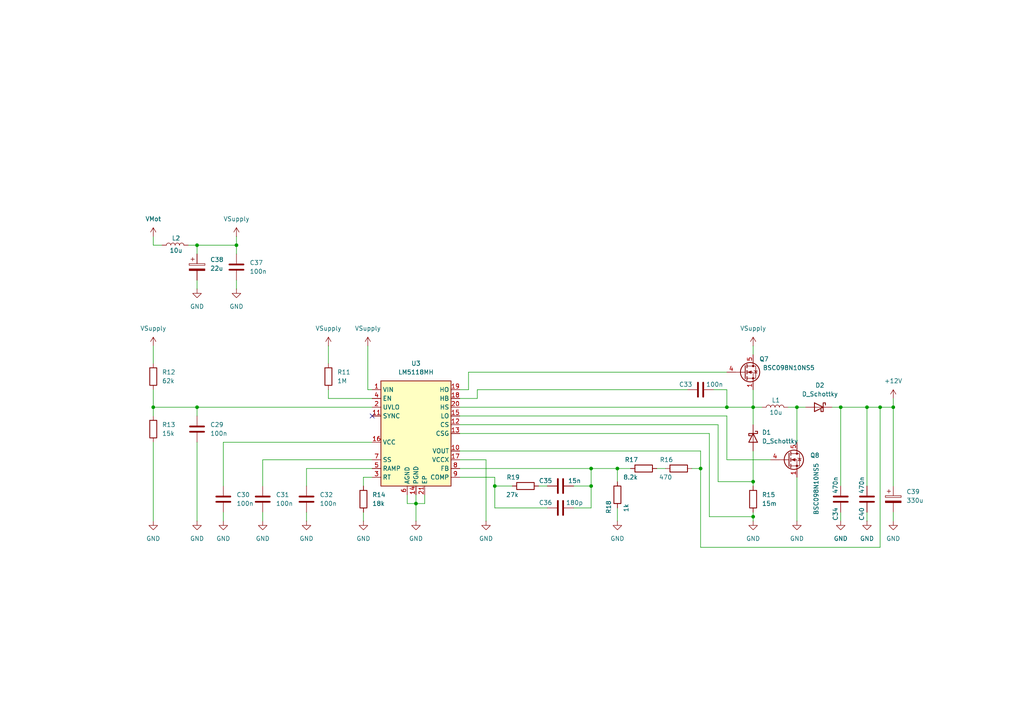
<source format=kicad_sch>
(kicad_sch (version 20250114) (generator "eeschema") (generator_version "9.0")
  (paper "A4")
  (lib_symbols
    (symbol "Device:C" (pin_numbers (hide yes)) (pin_names (offset 0.254))
      (property "Reference" "C" (at 0.635 2.54 0))
      (property "Value" "C" (at 0.635 -2.54 0))
      (symbol "C_0_1"
        (polyline (pts (xy -2.032 0.762) (xy 2.032 0.762)) (stroke (width 0.508)))
        (polyline (pts (xy -2.032 -0.762) (xy 2.032 -0.762)) (stroke (width 0.508)))
      )
      (symbol "C_1_1"
        (pin passive line (at 0 3.81 270) (length 2.794) (name "~") (number "1"))
        (pin passive line (at 0 -3.81 90) (length 2.794) (name "~") (number "2"))
      )
    )
    (symbol "Device:C_Polarized" (pin_numbers (hide yes)) (pin_names (offset 0.254))
      (property "Reference" "C" (at 0.635 2.54 0))
      (property "Value" "C_Polarized" (at 0.635 -2.54 0))
      (symbol "C_Polarized_0_1"
        (rectangle (start -2.286 0.508) (end 2.286 1.016))
        (polyline (pts (xy -1.778 2.286) (xy -0.762 2.286)))
        (polyline (pts (xy -1.27 2.794) (xy -1.27 1.778)))
        (rectangle (start 2.286 -0.508) (end -2.286 -1.016) (fill (type outline)))
      )
      (symbol "C_Polarized_1_1"
        (pin passive line (at 0 3.81 270) (length 2.794) (name "~") (number "1"))
        (pin passive line (at 0 -3.81 90) (length 2.794) (name "~") (number "2"))
      )
    )
    (symbol "Device:D_Schottky" (pin_numbers (hide yes)) (pin_names (offset 1.016) (hide yes))
      (property "Reference" "D" (at 0 2.54 0))
      (property "Value" "D_Schottky" (at 0 -2.54 0))
      (symbol "D_Schottky_0_1"
        (polyline (pts (xy -1.905 0.635) (xy -1.905 1.27) (xy -1.27 1.27) (xy -1.27 -1.27) (xy -0.635 -1.27) (xy -0.635 -0.635)) (stroke (width 0.254)))
        (polyline (pts (xy 1.27 1.27) (xy 1.27 -1.27) (xy -1.27 0) (xy 1.27 1.27)) (stroke (width 0.254)))
        (polyline (pts (xy 1.27 0) (xy -1.27 0)))
      )
      (symbol "D_Schottky_1_1"
        (pin passive line (at -3.81 0 0) (length 2.54) (name "K") (number "1"))
        (pin passive line (at 3.81 0 180) (length 2.54) (name "A") (number "2"))
      )
    )
    (symbol "Device:L" (pin_numbers (hide yes)) (pin_names (offset 1.016) (hide yes))
      (property "Reference" "L" (at -1.27 0 90))
      (property "Value" "L" (at 1.905 0 90))
      (symbol "L_0_1"
        (arc (start 0 2.54) (mid 0.6323 1.905) (end 0 1.27))
        (arc (start 0 1.27) (mid 0.6323 0.635) (end 0 0))
        (arc (start 0 0) (mid 0.6323 -0.635) (end 0 -1.27))
        (arc (start 0 -1.27) (mid 0.6323 -1.905) (end 0 -2.54))
      )
      (symbol "L_1_1"
        (pin passive line (at 0 3.81 270) (length 1.27) (name "1") (number "1"))
        (pin passive line (at 0 -3.81 90) (length 1.27) (name "2") (number "2"))
      )
    )
    (symbol "Device:R" (pin_numbers (hide yes)) (pin_names (offset 0))
      (property "Reference" "R" (at 2.032 0 90))
      (property "Value" "R" (at 0 0 90))
      (symbol "R_0_1"
        (rectangle (start -1.016 -2.54) (end 1.016 2.54) (stroke (width 0.254)))
      )
      (symbol "R_1_1"
        (pin passive line (at 0 3.81 270) (length 1.27) (name "~") (number "1"))
        (pin passive line (at 0 -3.81 90) (length 1.27) (name "~") (number "2"))
      )
    )
    (symbol "Regulator_Switching:LM5118MH"
      (property "Reference" "U" (at -12.7 19.05 0))
      (property "Value" "LM5118MH" (at -12.7 16.51 0))
      (symbol "LM5118MH_0_1"
        (rectangle (start -10.16 15.24) (end 10.16 -15.24) (stroke (width 0.254)) (fill (type background)))
      )
      (symbol "LM5118MH_1_1"
        (pin power_in line (at -12.7 12.7 0) (length 2.54) (name "VIN") (number "1"))
        (pin input line (at -12.7 10.16 0) (length 2.54) (name "EN") (number "4"))
        (pin input line (at -12.7 7.62 0) (length 2.54) (name "UVLO") (number "2"))
        (pin input line (at -12.7 5.08 0) (length 2.54) (name "SYNC") (number "11"))
        (pin power_out line (at -12.7 -2.54 0) (length 2.54) (name "VCC") (number "16"))
        (pin passive line (at -12.7 -7.62 0) (length 2.54) (name "SS") (number "7"))
        (pin passive line (at -12.7 -10.16 0) (length 2.54) (name "RAMP") (number "5"))
        (pin passive line (at -12.7 -12.7 0) (length 2.54) (name "RT") (number "3"))
        (pin power_in line (at -2.54 -17.78 90) (length 2.54) (name "AGND") (number "6"))
        (pin power_in line (at 0 -17.78 90) (length 2.54) (name "PGND") (number "14"))
        (pin passive line (at 2.54 -17.78 90) (length 2.54) (name "EP") (number "21"))
        (pin output line (at 12.7 12.7 180) (length 2.54) (name "HO") (number "19"))
        (pin passive line (at 12.7 10.16 180) (length 2.54) (name "HB") (number "18"))
        (pin passive line (at 12.7 7.62 180) (length 2.54) (name "HS") (number "20"))
        (pin output line (at 12.7 5.08 180) (length 2.54) (name "LO") (number "15"))
        (pin input line (at 12.7 2.54 180) (length 2.54) (name "CS") (number "12"))
        (pin input line (at 12.7 0 180) (length 2.54) (name "CSG") (number "13"))
        (pin input line (at 12.7 -5.08 180) (length 2.54) (name "VOUT") (number "10"))
        (pin power_in line (at 12.7 -7.62 180) (length 2.54) (name "VCCX") (number "17"))
        (pin input line (at 12.7 -10.16 180) (length 2.54) (name "FB") (number "8"))
        (pin output line (at 12.7 -12.7 180) (length 2.54) (name "COMP") (number "9"))
      )
    )
    (symbol "Transistor_FET:BSC098N10NS5" (pin_names (hide yes))
      (property "Reference" "Q" (at 5.08 1.905 0))
      (property "Value" "BSC098N10NS5" (at 5.08 0 0))
      (symbol "BSC098N10NS5_0_1"
        (polyline (pts (xy 0.254 1.905) (xy 0.254 -1.905)) (stroke (width 0.254)))
        (polyline (pts (xy 0.254 0) (xy -2.54 0)))
        (polyline (pts (xy 0.762 2.286) (xy 0.762 1.27)) (stroke (width 0.254)))
        (polyline (pts (xy 0.762 0.508) (xy 0.762 -0.508)) (stroke (width 0.254)))
        (polyline (pts (xy 0.762 -1.27) (xy 0.762 -2.286)) (stroke (width 0.254)))
        (polyline (pts (xy 0.762 -1.778) (xy 3.302 -1.778) (xy 3.302 1.778) (xy 0.762 1.778)))
        (polyline (pts (xy 1.016 0) (xy 2.032 0.381) (xy 2.032 -0.381) (xy 1.016 0)) (fill (type outline)))
        (circle (center 1.651 0) (radius 2.794) (stroke (width 0.254)))
        (polyline (pts (xy 2.54 2.54) (xy 2.54 1.778)))
        (circle (center 2.54 1.778) (radius 0.254) (fill (type outline)))
        (circle (center 2.54 -1.778) (radius 0.254) (fill (type outline)))
        (polyline (pts (xy 2.54 -2.54) (xy 2.54 0) (xy 0.762 0)))
        (polyline (pts (xy 2.794 0.508) (xy 2.921 0.381) (xy 3.683 0.381) (xy 3.81 0.254)))
        (polyline (pts (xy 3.302 0.381) (xy 2.921 -0.254) (xy 3.683 -0.254) (xy 3.302 0.381)))
      )
      (symbol "BSC098N10NS5_1_1"
        (pin passive line (at -5.08 0 0) (length 2.54) (name "G") (number "4"))
        (pin passive line (at 2.54 5.08 270) (length 2.54) (name "D") (number "5"))
        (pin passive line (at 2.54 -5.08 90) (length 2.54) (name "S") (number "1"))
        (pin passive line (at 2.54 -5.08 90) (length 2.54) (hide yes) (name "S") (number "2"))
        (pin passive line (at 2.54 -5.08 90) (length 2.54) (hide yes) (name "S") (number "3"))
      )
    )
    (symbol "power:+12V" (power) (pin_numbers (hide yes)) (pin_names (offset 0) (hide yes))
      (property "Value" "+12V" (at 0 3.556 0))
      (symbol "+12V_0_1"
        (polyline (pts (xy -0.762 1.27) (xy 0 2.54)))
        (polyline (pts (xy 0 2.54) (xy 0.762 1.27)))
        (polyline (pts (xy 0 0) (xy 0 2.54)))
      )
      (symbol "+12V_1_1"
        (pin power_in line (at 0 0 90) (length 0) (name "~") (number "1"))
      )
    )
    (symbol "power:GND" (power) (pin_numbers (hide yes)) (pin_names (offset 0) (hide yes))
      (property "Value" "GND" (at 0 -3.81 0))
      (symbol "GND_0_1"
        (polyline (pts (xy 0 0) (xy 0 -1.27) (xy 1.27 -1.27) (xy 0 -2.54) (xy -1.27 -1.27) (xy 0 -1.27)))
      )
      (symbol "GND_1_1"
        (pin power_in line (at 0 0 270) (length 0) (name "~") (number "1"))
      )
    )
    (symbol "power:Vdrive" (power) (pin_numbers (hide yes)) (pin_names (offset 0) (hide yes))
      (property "Value" "Vdrive" (at 0 3.556 0))
      (symbol "Vdrive_0_1"
        (polyline (pts (xy -0.762 1.27) (xy 0 2.54)))
        (polyline (pts (xy 0 2.54) (xy 0.762 1.27)))
        (polyline (pts (xy 0 0) (xy 0 2.54)))
      )
      (symbol "Vdrive_1_1"
        (pin power_in line (at 0 0 90) (length 0) (name "~") (number "1"))
      )
    )
  )
  (junction (at 57.15 71.12))
  (junction (at 57.15 118.11))
  (junction (at 171.45 135.89))
  (junction (at 179.07 135.89))
  (junction (at 210.82 118.11))
  (junction (at 259.08 118.11))
  (junction (at 120.65 146.05))
  (junction (at 218.44 149.86))
  (junction (at 255.27 118.11))
  (junction (at 231.14 118.11))
  (junction (at 44.45 118.11))
  (junction (at 218.44 118.11))
  (junction (at 218.44 139.7))
  (junction (at 143.51 140.97))
  (junction (at 68.58 71.12))
  (junction (at 171.45 140.97))
  (junction (at 243.84 118.11))
  (junction (at 251.46 118.11))
  (junction (at 203.2 135.89))
  (no_connect (at 107.95 120.65))
  (wire (pts (xy 138.43 113.03) (xy 199.39 113.03)))
  (wire (pts (xy 105.41 138.43) (xy 105.41 140.97)))
  (wire (pts (xy 44.45 100.33) (xy 44.45 105.41)))
  (wire (pts (xy 255.27 118.11) (xy 259.08 118.11)))
  (wire (pts (xy 259.08 118.11) (xy 259.08 140.97)))
  (wire (pts (xy 54.61 71.12) (xy 57.15 71.12)))
  (wire (pts (xy 133.35 130.81) (xy 203.2 130.81)))
  (wire (pts (xy 179.07 135.89) (xy 179.07 139.7)))
  (wire (pts (xy 133.35 120.65) (xy 210.82 120.65)))
  (wire (pts (xy 133.35 133.35) (xy 140.97 133.35)))
  (wire (pts (xy 218.44 118.11) (xy 218.44 123.19)))
  (wire (pts (xy 171.45 147.32) (xy 171.45 140.97)))
  (wire (pts (xy 44.45 118.11) (xy 57.15 118.11)))
  (wire (pts (xy 208.28 123.19) (xy 208.28 139.7)))
  (wire (pts (xy 231.14 138.43) (xy 231.14 151.13)))
  (wire (pts (xy 57.15 128.27) (xy 57.15 151.13)))
  (wire (pts (xy 190.5 135.89) (xy 193.04 135.89)))
  (wire (pts (xy 143.51 140.97) (xy 143.51 138.43)))
  (wire (pts (xy 107.95 135.89) (xy 88.9 135.89)))
  (wire (pts (xy 243.84 148.59) (xy 243.84 151.13)))
  (wire (pts (xy 228.6 118.11) (xy 231.14 118.11)))
  (wire (pts (xy 76.2 148.59) (xy 76.2 151.13)))
  (wire (pts (xy 218.44 100.33) (xy 218.44 102.87)))
  (wire (pts (xy 243.84 118.11) (xy 243.84 140.97)))
  (wire (pts (xy 107.95 138.43) (xy 105.41 138.43)))
  (wire (pts (xy 148.59 140.97) (xy 143.51 140.97)))
  (wire (pts (xy 64.77 128.27) (xy 64.77 140.97)))
  (wire (pts (xy 135.89 107.95) (xy 210.82 107.95)))
  (wire (pts (xy 143.51 147.32) (xy 143.51 140.97)))
  (wire (pts (xy 218.44 130.81) (xy 218.44 139.7)))
  (wire (pts (xy 208.28 139.7) (xy 218.44 139.7)))
  (wire (pts (xy 118.11 146.05) (xy 120.65 146.05)))
  (wire (pts (xy 88.9 135.89) (xy 88.9 140.97)))
  (wire (pts (xy 143.51 138.43) (xy 133.35 138.43)))
  (wire (pts (xy 133.35 115.57) (xy 138.43 115.57)))
  (wire (pts (xy 95.25 115.57) (xy 95.25 113.03)))
  (wire (pts (xy 107.95 113.03) (xy 106.68 113.03)))
  (wire (pts (xy 120.65 146.05) (xy 120.65 151.13)))
  (wire (pts (xy 158.75 147.32) (xy 143.51 147.32)))
  (wire (pts (xy 203.2 158.75) (xy 255.27 158.75)))
  (wire (pts (xy 205.74 125.73) (xy 205.74 149.86)))
  (wire (pts (xy 57.15 71.12) (xy 57.15 73.66)))
  (wire (pts (xy 76.2 133.35) (xy 76.2 140.97)))
  (wire (pts (xy 210.82 118.11) (xy 218.44 118.11)))
  (wire (pts (xy 133.35 135.89) (xy 171.45 135.89)))
  (wire (pts (xy 251.46 148.59) (xy 251.46 151.13)))
  (wire (pts (xy 107.95 133.35) (xy 76.2 133.35)))
  (wire (pts (xy 68.58 71.12) (xy 68.58 73.66)))
  (wire (pts (xy 44.45 68.58) (xy 44.45 71.12)))
  (wire (pts (xy 64.77 148.59) (xy 64.77 151.13)))
  (wire (pts (xy 133.35 125.73) (xy 205.74 125.73)))
  (wire (pts (xy 203.2 135.89) (xy 203.2 158.75)))
  (wire (pts (xy 107.95 128.27) (xy 64.77 128.27)))
  (wire (pts (xy 57.15 81.28) (xy 57.15 83.82)))
  (wire (pts (xy 107.95 115.57) (xy 95.25 115.57)))
  (wire (pts (xy 259.08 148.59) (xy 259.08 151.13)))
  (wire (pts (xy 120.65 143.51) (xy 120.65 146.05)))
  (wire (pts (xy 68.58 81.28) (xy 68.58 83.82)))
  (wire (pts (xy 203.2 130.81) (xy 203.2 135.89)))
  (wire (pts (xy 166.37 140.97) (xy 171.45 140.97)))
  (wire (pts (xy 231.14 118.11) (xy 233.68 118.11)))
  (wire (pts (xy 166.37 147.32) (xy 171.45 147.32)))
  (wire (pts (xy 179.07 147.32) (xy 179.07 151.13)))
  (wire (pts (xy 68.58 68.58) (xy 68.58 71.12)))
  (wire (pts (xy 255.27 158.75) (xy 255.27 118.11)))
  (wire (pts (xy 182.88 135.89) (xy 179.07 135.89)))
  (wire (pts (xy 218.44 113.03) (xy 218.44 118.11)))
  (wire (pts (xy 68.58 71.12) (xy 57.15 71.12)))
  (wire (pts (xy 218.44 139.7) (xy 218.44 140.97)))
  (wire (pts (xy 218.44 148.59) (xy 218.44 149.86)))
  (wire (pts (xy 140.97 133.35) (xy 140.97 151.13)))
  (wire (pts (xy 95.25 100.33) (xy 95.25 105.41)))
  (wire (pts (xy 123.19 146.05) (xy 123.19 143.51)))
  (wire (pts (xy 133.35 113.03) (xy 135.89 113.03)))
  (wire (pts (xy 156.21 140.97) (xy 158.75 140.97)))
  (wire (pts (xy 259.08 115.57) (xy 259.08 118.11)))
  (wire (pts (xy 171.45 135.89) (xy 179.07 135.89)))
  (wire (pts (xy 135.89 113.03) (xy 135.89 107.95)))
  (wire (pts (xy 118.11 143.51) (xy 118.11 146.05)))
  (wire (pts (xy 210.82 120.65) (xy 210.82 133.35)))
  (wire (pts (xy 231.14 118.11) (xy 231.14 128.27)))
  (wire (pts (xy 106.68 100.33) (xy 106.68 113.03)))
  (wire (pts (xy 243.84 118.11) (xy 251.46 118.11)))
  (wire (pts (xy 218.44 149.86) (xy 218.44 151.13)))
  (wire (pts (xy 210.82 133.35) (xy 223.52 133.35)))
  (wire (pts (xy 241.3 118.11) (xy 243.84 118.11)))
  (wire (pts (xy 120.65 146.05) (xy 123.19 146.05)))
  (wire (pts (xy 207.01 113.03) (xy 210.82 113.03)))
  (wire (pts (xy 44.45 118.11) (xy 44.45 113.03)))
  (wire (pts (xy 46.99 71.12) (xy 44.45 71.12)))
  (wire (pts (xy 171.45 140.97) (xy 171.45 135.89)))
  (wire (pts (xy 57.15 120.65) (xy 57.15 118.11)))
  (wire (pts (xy 133.35 118.11) (xy 210.82 118.11)))
  (wire (pts (xy 57.15 118.11) (xy 107.95 118.11)))
  (wire (pts (xy 251.46 118.11) (xy 255.27 118.11)))
  (wire (pts (xy 44.45 128.27) (xy 44.45 151.13)))
  (wire (pts (xy 138.43 115.57) (xy 138.43 113.03)))
  (wire (pts (xy 133.35 123.19) (xy 208.28 123.19)))
  (wire (pts (xy 205.74 149.86) (xy 218.44 149.86)))
  (wire (pts (xy 44.45 118.11) (xy 44.45 120.65)))
  (wire (pts (xy 210.82 113.03) (xy 210.82 118.11)))
  (wire (pts (xy 88.9 148.59) (xy 88.9 151.13)))
  (wire (pts (xy 200.66 135.89) (xy 203.2 135.89)))
  (wire (pts (xy 218.44 118.11) (xy 220.98 118.11)))
  (wire (pts (xy 105.41 148.59) (xy 105.41 151.13)))
  (wire (pts (xy 251.46 118.11) (xy 251.46 140.97)))
  (symbol (lib_id "Device:R") (at 186.69 135.89 90) (unit 1)
    (property "Reference" "R17" (at 183.134 133.35 90))
    (property "Value" "8.2k" (at 182.88 138.43 90))
    (property "Footprint" "Resistor_SMD:R_0805_2012Metric" (effects (hide yes)))
    (property "Description" "Resistor" (effects (hide yes)))
  )
  (symbol (lib_id "Device:C") (at 57.15 124.46 0) (unit 1)
    (property "Reference" "C29" (at 60.96 123.1899 0) (effects (justify left)))
    (property "Value" "100n" (at 60.96 125.7299 0) (effects (justify left)))
    (property "Description" "Unpolarized capacitor" (effects (hide yes)))
  )
  (symbol (lib_id "Device:C") (at 64.77 144.78 0) (unit 1)
    (property "Reference" "C30" (at 68.58 143.5099 0) (effects (justify left)))
    (property "Value" "100n" (at 68.58 146.0499 0) (effects (justify left)))
    (property "Description" "Unpolarized capacitor" (effects (hide yes)))
  )
  (symbol (lib_id "power:GND") (at 243.84 151.13 0) (unit 1)
    (property "Reference" "#PWR056" (effects (hide yes)))
    (property "Value" "GND" (at 243.84 156.21 0))
    (property "Description" "Power symbol creates a global label with name \"GND\" , ground" (effects (hide yes)))
  )
  (symbol (lib_id "power:GND") (at 105.41 151.13 0) (unit 1)
    (property "Reference" "#PWR047" (effects (hide yes)))
    (property "Value" "GND" (at 105.41 156.21 0))
    (property "Description" "Power symbol creates a global label with name \"GND\" , ground" (effects (hide yes)))
  )
  (symbol (lib_id "Device:C") (at 162.56 147.32 90) (unit 1)
    (property "Reference" "C36" (at 158.242 145.796 90))
    (property "Value" "180p" (at 166.624 145.796 90))
    (property "Description" "Unpolarized capacitor" (effects (hide yes)))
  )
  (symbol (lib_id "Regulator_Switching:LM5118MH") (at 120.65 125.73 0) (unit 1)
    (property "Reference" "U3" (at 120.65 105.41 0))
    (property "Value" "LM5118MH" (at 120.65 107.95 0))
    (property "Footprint" "Package_SO:Texas_PWP0020A" (effects (hide yes)))
    (property "Datasheet" "https://www.ti.com/lit/ds/symlink/lm5118.pdf" (effects (hide yes)))
    (property "Description" "Wide Voltage Range Buck-Boost Controller, HTSSOP-20" (effects (hide yes)))
  )
  (symbol (lib_id "power:GND") (at 64.77 151.13 0) (unit 1)
    (property "Reference" "#PWR048" (effects (hide yes)))
    (property "Value" "GND" (at 64.77 156.21 0))
    (property "Description" "Power symbol creates a global label with name \"GND\" , ground" (effects (hide yes)))
  )
  (symbol (lib_id "power:GND") (at 68.58 83.82 0) (unit 1)
    (property "Reference" "#PWR062" (effects (hide yes)))
    (property "Value" "GND" (at 68.58 88.9 0))
    (property "Description" "Power symbol creates a global label with name \"GND\" , ground" (effects (hide yes)))
  )
  (symbol (lib_id "Device:D_Schottky") (at 218.44 127 270) (unit 1)
    (property "Reference" "D1" (at 220.98 125.4124 90) (effects (justify left)))
    (property "Value" "D_Schottky" (at 220.98 127.9524 90) (effects (justify left)))
    (property "Description" "Schottky diode" (effects (hide yes)))
  )
  (symbol (lib_id "power:GND") (at 179.07 151.13 0) (unit 1)
    (property "Reference" "#PWR060" (effects (hide yes)))
    (property "Value" "GND" (at 179.07 156.21 0))
    (property "Description" "Power symbol creates a global label with name \"GND\" , ground" (effects (hide yes)))
  )
  (symbol (lib_id "Device:C") (at 162.56 140.97 90) (unit 1)
    (property "Reference" "C35" (at 158.242 139.446 90))
    (property "Value" "15n" (at 166.624 139.446 90))
    (property "Description" "Unpolarized capacitor" (effects (hide yes)))
  )
  (symbol (lib_id "Device:R") (at 95.25 109.22 0) (unit 1)
    (property "Reference" "R11" (at 97.79 107.9499 0) (effects (justify left)))
    (property "Value" "1M" (at 97.79 110.4899 0) (effects (justify left)))
    (property "Footprint" "Resistor_SMD:R_0805_2012Metric" (effects (hide yes)))
    (property "Description" "Resistor" (effects (hide yes)))
  )
  (symbol (lib_id "Device:C_Polarized") (at 57.15 77.47 0) (unit 1)
    (property "Reference" "C38" (at 60.96 75.3109 0) (effects (justify left)))
    (property "Value" "22u" (at 60.96 77.8509 0) (effects (justify left)))
    (property "Footprint" "Capacitor_SMD:CP_Elec_6.3x9.9" (effects (hide yes)))
    (property "Description" "Polarized capacitor" (effects (hide yes)))
  )
  (symbol (lib_id "power:Vdrive") (at 218.44 100.33 0) (unit 1)
    (property "Reference" "#PWR059" (effects (hide yes)))
    (property "Value" "VSupply" (at 218.44 95.25 0))
    (property "Description" "Power symbol creates a global label with name \"Vdrive\"" (effects (hide yes)))
  )
  (symbol (lib_id "power:Vdrive") (at 95.25 100.33 0) (unit 1)
    (property "Reference" "#PWR052" (effects (hide yes)))
    (property "Value" "VSupply" (at 95.25 95.25 0))
    (property "Description" "Power symbol creates a global label with name \"Vdrive\"" (effects (hide yes)))
  )
  (symbol (lib_id "Device:R") (at 105.41 144.78 0) (unit 1)
    (property "Reference" "R14" (at 107.95 143.5099 0) (effects (justify left)))
    (property "Value" "18k" (at 107.95 146.0499 0) (effects (justify left)))
    (property "Footprint" "Resistor_SMD:R_0805_2012Metric" (effects (hide yes)))
    (property "Description" "Resistor" (effects (hide yes)))
  )
  (symbol (lib_id "Device:R") (at 44.45 124.46 0) (unit 1)
    (property "Reference" "R13" (at 46.99 123.1899 0) (effects (justify left)))
    (property "Value" "15k" (at 46.99 125.7299 0) (effects (justify left)))
    (property "Footprint" "Resistor_SMD:R_0805_2012Metric" (effects (hide yes)))
    (property "Description" "Resistor" (effects (hide yes)))
  )
  (symbol (lib_id "power:GND") (at 44.45 151.13 0) (unit 1)
    (property "Reference" "#PWR045" (effects (hide yes)))
    (property "Value" "GND" (at 44.45 156.21 0))
    (property "Description" "Power symbol creates a global label with name \"GND\" , ground" (effects (hide yes)))
  )
  (symbol (lib_id "Device:C_Polarized") (at 259.08 144.78 0) (unit 1)
    (property "Reference" "C39" (at 262.89 142.6209 0) (effects (justify left)))
    (property "Value" "330u" (at 262.89 145.1609 0) (effects (justify left)))
    (property "Footprint" "Capacitor_SMD:CP_Elec_6.3x9.9" (effects (hide yes)))
    (property "Description" "Polarized capacitor" (effects (hide yes)))
  )
  (symbol (lib_id "Device:R") (at 196.85 135.89 90) (unit 1)
    (property "Reference" "R16" (at 193.294 133.35 90))
    (property "Value" "470" (at 193.04 138.43 90))
    (property "Footprint" "Resistor_SMD:R_0805_2012Metric" (effects (hide yes)))
    (property "Description" "Resistor" (effects (hide yes)))
  )
  (symbol (lib_id "Device:C") (at 203.2 113.03 90) (unit 1)
    (property "Reference" "C33" (at 198.882 111.506 90))
    (property "Value" "100n" (at 207.264 111.506 90))
    (property "Description" "Unpolarized capacitor" (effects (hide yes)))
  )
  (symbol (lib_id "power:GND") (at 259.08 151.13 0) (unit 1)
    (property "Reference" "#PWR066" (effects (hide yes)))
    (property "Value" "GND" (at 259.08 156.21 0))
    (property "Description" "Power symbol creates a global label with name \"GND\" , ground" (effects (hide yes)))
  )
  (symbol (lib_id "Device:C") (at 251.46 144.78 180) (unit 1)
    (property "Reference" "C40" (at 249.936 149.098 90))
    (property "Value" "470n" (at 249.936 140.716 90))
    (property "Description" "Unpolarized capacitor" (effects (hide yes)))
  )
  (symbol (lib_id "Device:R") (at 179.07 143.51 180) (unit 1)
    (property "Reference" "R18" (at 176.53 147.066 90))
    (property "Value" "1k" (at 181.61 147.32 90))
    (property "Footprint" "Resistor_SMD:R_0805_2012Metric" (effects (hide yes)))
    (property "Description" "Resistor" (effects (hide yes)))
  )
  (symbol (lib_id "power:Vdrive") (at 44.45 100.33 0) (unit 1)
    (property "Reference" "#PWR053" (effects (hide yes)))
    (property "Value" "VSupply" (at 44.45 95.25 0))
    (property "Description" "Power symbol creates a global label with name \"Vdrive\"" (effects (hide yes)))
  )
  (symbol (lib_id "Device:R") (at 44.45 109.22 0) (unit 1)
    (property "Reference" "R12" (at 46.99 107.9499 0) (effects (justify left)))
    (property "Value" "62k" (at 46.99 110.4899 0) (effects (justify left)))
    (property "Footprint" "Resistor_SMD:R_0805_2012Metric" (effects (hide yes)))
    (property "Description" "Resistor" (effects (hide yes)))
  )
  (symbol (lib_id "power:GND") (at 57.15 151.13 0) (unit 1)
    (property "Reference" "#PWR046" (effects (hide yes)))
    (property "Value" "GND" (at 57.15 156.21 0))
    (property "Description" "Power symbol creates a global label with name \"GND\" , ground" (effects (hide yes)))
  )
  (symbol (lib_id "power:GND") (at 251.46 151.13 0) (unit 1)
    (property "Reference" "#PWR067" (effects (hide yes)))
    (property "Value" "GND" (at 251.46 156.21 0))
    (property "Description" "Power symbol creates a global label with name \"GND\" , ground" (effects (hide yes)))
  )
  (symbol (lib_id "power:Vdrive") (at 106.68 100.33 0) (unit 1)
    (property "Reference" "#PWR051" (effects (hide yes)))
    (property "Value" "VSupply" (at 106.68 95.25 0))
    (property "Description" "Power symbol creates a global label with name \"Vdrive\"" (effects (hide yes)))
  )
  (symbol (lib_id "Device:L") (at 224.79 118.11 90) (unit 1)
    (property "Reference" "L1" (at 225.044 116.078 90))
    (property "Value" "10u" (at 225.044 119.634 90))
    (property "Footprint" "Inductor_SMD:L_TechFuse_SL0530" (effects (hide yes)))
    (property "Description" "Inductor" (effects (hide yes)))
  )
  (symbol (lib_id "power:GND") (at 88.9 151.13 0) (unit 1)
    (property "Reference" "#PWR050" (effects (hide yes)))
    (property "Value" "GND" (at 88.9 156.21 0))
    (property "Description" "Power symbol creates a global label with name \"GND\" , ground" (effects (hide yes)))
  )
  (symbol (lib_id "power:GND") (at 218.44 151.13 0) (unit 1)
    (property "Reference" "#PWR054" (effects (hide yes)))
    (property "Value" "GND" (at 218.44 156.21 0))
    (property "Description" "Power symbol creates a global label with name \"GND\" , ground" (effects (hide yes)))
  )
  (symbol (lib_id "Device:D_Schottky") (at 237.49 118.11 0) (mirror y) (unit 1)
    (property "Reference" "D2" (at 237.8075 111.76 0))
    (property "Value" "D_Schottky" (at 237.8075 114.3 0))
    (property "Description" "Schottky diode" (effects (hide yes)))
  )
  (symbol (lib_id "Transistor_FET:BSC098N10NS5") (at 228.6 133.35 0) (unit 1)
    (property "Reference" "Q8" (at 234.95 132.0799 0) (effects (justify left)))
    (property "Value" "BSC098N10NS5" (at 236.728 149.352 90) (effects (justify left)))
    (property "Footprint" "Package_TO_SOT_SMD:TDSON-8-1" (effects (hide yes)))
    (property "Datasheet" "http://www.infineon.com/dgdl/Infineon-BSC098N10NS5-DS-v02_00-EN.pdf?fileId=5546d4624ad04ef9014ae95ab4221bfd" (effects (hide yes)))
    (property "Description" "60A Id, 100V Vds, OptiMOS N-Channel Power MOSFET, 9.8mOhm Ron, Qg (typ) 22.0nC, PG-TDSON-8" (effects (hide yes)))
  )
  (symbol (lib_id "power:+12V") (at 259.08 115.57 0) (unit 1)
    (property "Reference" "#PWR065" (effects (hide yes)))
    (property "Value" "+12V" (at 259.08 110.49 0))
    (property "Description" "Power symbol creates a global label with name \"+12V\"" (effects (hide yes)))
  )
  (symbol (lib_id "power:Vdrive") (at 68.58 68.58 0) (unit 1)
    (property "Reference" "#PWR064" (effects (hide yes)))
    (property "Value" "VSupply" (at 68.58 63.5 0))
    (property "Description" "Power symbol creates a global label with name \"Vdrive\"" (effects (hide yes)))
  )
  (symbol (lib_id "power:GND") (at 57.15 83.82 0) (unit 1)
    (property "Reference" "#PWR063" (effects (hide yes)))
    (property "Value" "GND" (at 57.15 88.9 0))
    (property "Description" "Power symbol creates a global label with name \"GND\" , ground" (effects (hide yes)))
  )
  (symbol (lib_id "power:GND") (at 120.65 151.13 0) (unit 1)
    (property "Reference" "#PWR044" (effects (hide yes)))
    (property "Value" "GND" (at 120.65 156.21 0))
    (property "Description" "Power symbol creates a global label with name \"GND\" , ground" (effects (hide yes)))
  )
  (symbol (lib_id "power:GND") (at 140.97 151.13 0) (unit 1)
    (property "Reference" "#PWR058" (effects (hide yes)))
    (property "Value" "GND" (at 140.97 156.21 0))
    (property "Description" "Power symbol creates a global label with name \"GND\" , ground" (effects (hide yes)))
  )
  (symbol (lib_id "power:GND") (at 231.14 151.13 0) (unit 1)
    (property "Reference" "#PWR055" (effects (hide yes)))
    (property "Value" "GND" (at 231.14 156.21 0))
    (property "Description" "Power symbol creates a global label with name \"GND\" , ground" (effects (hide yes)))
  )
  (symbol (lib_id "Device:R") (at 152.4 140.97 90) (unit 1)
    (property "Reference" "R19" (at 148.844 138.43 90))
    (property "Value" "27k" (at 148.59 143.51 90))
    (property "Footprint" "Resistor_SMD:R_0805_2012Metric" (effects (hide yes)))
    (property "Description" "Resistor" (effects (hide yes)))
  )
  (symbol (lib_id "Device:C") (at 76.2 144.78 0) (unit 1)
    (property "Reference" "C31" (at 80.01 143.5099 0) (effects (justify left)))
    (property "Value" "100n" (at 80.01 146.0499 0) (effects (justify left)))
    (property "Description" "Unpolarized capacitor" (effects (hide yes)))
  )
  (symbol (lib_id "Device:R") (at 218.44 144.78 0) (unit 1)
    (property "Reference" "R15" (at 220.98 143.5099 0) (effects (justify left)))
    (property "Value" "15m" (at 220.98 146.0499 0) (effects (justify left)))
    (property "Description" "Resistor" (effects (hide yes)))
  )
  (symbol (lib_id "Device:C") (at 68.58 77.47 0) (unit 1)
    (property "Reference" "C37" (at 72.39 76.1999 0) (effects (justify left)))
    (property "Value" "100n" (at 72.39 78.7399 0) (effects (justify left)))
    (property "Description" "Unpolarized capacitor" (effects (hide yes)))
  )
  (symbol (lib_id "Device:C") (at 88.9 144.78 0) (unit 1)
    (property "Reference" "C32" (at 92.71 143.5099 0) (effects (justify left)))
    (property "Value" "100n" (at 92.71 146.0499 0) (effects (justify left)))
    (property "Description" "Unpolarized capacitor" (effects (hide yes)))
  )
  (symbol (lib_id "power:GND") (at 76.2 151.13 0) (unit 1)
    (property "Reference" "#PWR049" (effects (hide yes)))
    (property "Value" "GND" (at 76.2 156.21 0))
    (property "Description" "Power symbol creates a global label with name \"GND\" , ground" (effects (hide yes)))
  )
  (symbol (lib_id "Device:L") (at 50.8 71.12 90) (unit 1)
    (property "Reference" "L2" (at 51.054 69.088 90))
    (property "Value" "10u" (at 51.054 72.644 90))
    (property "Footprint" "Inductor_SMD:L_TechFuse_SL0530" (effects (hide yes)))
    (property "Description" "Inductor" (effects (hide yes)))
  )
  (symbol (lib_id "Transistor_FET:BSC098N10NS5") (at 215.9 107.95 0) (unit 1)
    (property "Reference" "Q7" (at 220.218 104.14 0) (effects (justify left)))
    (property "Value" "BSC098N10NS5" (at 221.234 106.68 0) (effects (justify left)))
    (property "Footprint" "Package_TO_SOT_SMD:TDSON-8-1" (effects (hide yes)))
    (property "Datasheet" "http://www.infineon.com/dgdl/Infineon-BSC098N10NS5-DS-v02_00-EN.pdf?fileId=5546d4624ad04ef9014ae95ab4221bfd" (effects (hide yes)))
    (property "Description" "60A Id, 100V Vds, OptiMOS N-Channel Power MOSFET, 9.8mOhm Ron, Qg (typ) 22.0nC, PG-TDSON-8" (effects (hide yes)))
  )
  (symbol (lib_id "Device:C") (at 243.84 144.78 180) (unit 1)
    (property "Reference" "C34" (at 242.316 149.098 90))
    (property "Value" "470n" (at 242.316 140.716 90))
    (property "Description" "Unpolarized capacitor" (effects (hide yes)))
  )
  (symbol (lib_id "power:Vdrive") (at 44.45 68.58 0) (unit 1)
    (property "Reference" "#PWR057" (effects (hide yes)))
    (property "Value" "VMot" (at 44.45 63.5 0))
    (property "Description" "Power symbol creates a global label with name \"Vdrive\"" (effects (hide yes)))
  )
)
</source>
